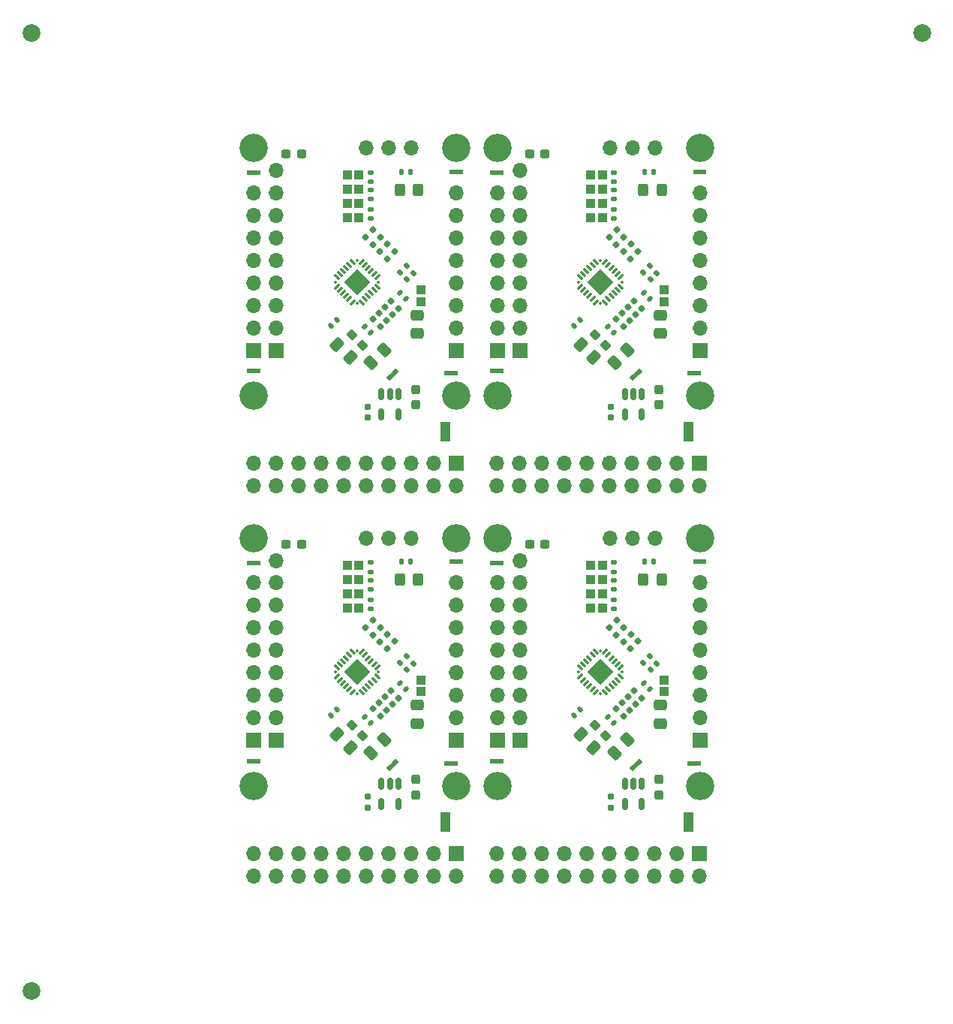
<source format=gts>
G04 #@! TF.GenerationSoftware,KiCad,Pcbnew,9.0.4*
G04 #@! TF.CreationDate,2025-08-20T19:44:40-04:00*
G04 #@! TF.ProjectId,jlcpcb_4x4,6a6c6370-6362-45f3-9478-342e6b696361,rev?*
G04 #@! TF.SameCoordinates,Original*
G04 #@! TF.FileFunction,Soldermask,Top*
G04 #@! TF.FilePolarity,Negative*
%FSLAX46Y46*%
G04 Gerber Fmt 4.6, Leading zero omitted, Abs format (unit mm)*
G04 Created by KiCad (PCBNEW 9.0.4) date 2025-08-20 19:44:40*
%MOMM*%
%LPD*%
G01*
G04 APERTURE LIST*
G04 Aperture macros list*
%AMRoundRect*
0 Rectangle with rounded corners*
0 $1 Rounding radius*
0 $2 $3 $4 $5 $6 $7 $8 $9 X,Y pos of 4 corners*
0 Add a 4 corners polygon primitive as box body*
4,1,4,$2,$3,$4,$5,$6,$7,$8,$9,$2,$3,0*
0 Add four circle primitives for the rounded corners*
1,1,$1+$1,$2,$3*
1,1,$1+$1,$4,$5*
1,1,$1+$1,$6,$7*
1,1,$1+$1,$8,$9*
0 Add four rect primitives between the rounded corners*
20,1,$1+$1,$2,$3,$4,$5,0*
20,1,$1+$1,$4,$5,$6,$7,0*
20,1,$1+$1,$6,$7,$8,$9,0*
20,1,$1+$1,$8,$9,$2,$3,0*%
%AMRotRect*
0 Rectangle, with rotation*
0 The origin of the aperture is its center*
0 $1 length*
0 $2 width*
0 $3 Rotation angle, in degrees counterclockwise*
0 Add horizontal line*
21,1,$1,$2,0,0,$3*%
G04 Aperture macros list end*
%ADD10C,0.010000*%
%ADD11C,0.000000*%
%ADD12RoundRect,0.160000X-0.252791X0.026517X0.026517X-0.252791X0.252791X-0.026517X-0.026517X0.252791X0*%
%ADD13RoundRect,0.160000X-0.026517X-0.252791X0.252791X0.026517X0.026517X0.252791X-0.252791X-0.026517X0*%
%ADD14R,1.000000X1.000000*%
%ADD15RoundRect,0.135000X-0.135000X-0.185000X0.135000X-0.185000X0.135000X0.185000X-0.135000X0.185000X0*%
%ADD16RoundRect,0.140000X-0.021213X0.219203X-0.219203X0.021213X0.021213X-0.219203X0.219203X-0.021213X0*%
%ADD17RoundRect,0.135000X-0.035355X0.226274X-0.226274X0.035355X0.035355X-0.226274X0.226274X-0.035355X0*%
%ADD18R,0.500000X0.508000*%
%ADD19R,0.508000X0.508000*%
%ADD20RoundRect,0.237500X0.237500X-0.300000X0.237500X0.300000X-0.237500X0.300000X-0.237500X-0.300000X0*%
%ADD21RoundRect,0.140000X-0.219203X-0.021213X-0.021213X-0.219203X0.219203X0.021213X0.021213X0.219203X0*%
%ADD22RoundRect,0.250000X-0.475000X0.337500X-0.475000X-0.337500X0.475000X-0.337500X0.475000X0.337500X0*%
%ADD23RoundRect,0.135000X0.185000X-0.135000X0.185000X0.135000X-0.185000X0.135000X-0.185000X-0.135000X0*%
%ADD24RoundRect,0.135000X-0.185000X0.135000X-0.185000X-0.135000X0.185000X-0.135000X0.185000X0.135000X0*%
%ADD25RoundRect,0.160000X-0.160000X0.197500X-0.160000X-0.197500X0.160000X-0.197500X0.160000X0.197500X0*%
%ADD26R,1.700000X1.700000*%
%ADD27O,1.700000X1.700000*%
%ADD28C,3.200000*%
%ADD29RoundRect,0.237500X0.380070X-0.044194X-0.044194X0.380070X-0.380070X0.044194X0.044194X-0.380070X0*%
%ADD30RoundRect,0.250000X-0.574524X-0.097227X-0.097227X-0.574524X0.574524X0.097227X0.097227X0.574524X0*%
%ADD31RoundRect,0.062500X0.274004X-0.185616X-0.185616X0.274004X-0.274004X0.185616X0.185616X-0.274004X0*%
%ADD32RoundRect,0.062500X0.274004X0.185616X0.185616X0.274004X-0.274004X-0.185616X-0.185616X-0.274004X0*%
%ADD33RotRect,2.100000X2.100000X135.000000*%
%ADD34RoundRect,0.062500X0.088388X0.000000X0.000000X0.088388X-0.088388X0.000000X0.000000X-0.088388X0*%
%ADD35C,2.000000*%
%ADD36RoundRect,0.250000X-0.097227X0.574524X-0.574524X0.097227X0.097227X-0.574524X0.574524X-0.097227X0*%
%ADD37RoundRect,0.150000X-0.150000X0.512500X-0.150000X-0.512500X0.150000X-0.512500X0.150000X0.512500X0*%
%ADD38RoundRect,0.135000X0.035355X-0.226274X0.226274X-0.035355X-0.035355X0.226274X-0.226274X0.035355X0*%
%ADD39RotRect,0.508000X0.508000X45.000000*%
%ADD40RoundRect,0.250000X-0.325000X-0.450000X0.325000X-0.450000X0.325000X0.450000X-0.325000X0.450000X0*%
%ADD41RoundRect,0.237500X-0.300000X-0.237500X0.300000X-0.237500X0.300000X0.237500X-0.300000X0.237500X0*%
G04 APERTURE END LIST*
G04 #@! TO.C,E108*
G36*
X37739000Y-78386500D02*
G01*
X37239000Y-78386500D01*
X37239000Y-77878500D01*
X37739000Y-77878500D01*
X37739000Y-78386500D01*
G37*
G04 #@! TO.C,G118*
G36*
X33179000Y-11886500D02*
G01*
X32679000Y-11886500D01*
X32679000Y-11378500D01*
X33179000Y-11378500D01*
X33179000Y-11886500D01*
G37*
G04 #@! TO.C,5V108*
D10*
X59585000Y-39872500D02*
X58585000Y-39872500D01*
X58585000Y-41982500D01*
X59585000Y-41982500D01*
X59585000Y-39872500D01*
G36*
X59585000Y-39872500D02*
G01*
X58585000Y-39872500D01*
X58585000Y-41982500D01*
X59585000Y-41982500D01*
X59585000Y-39872500D01*
G37*
G04 #@! TO.C,G117*
G36*
X32579000Y-34586500D02*
G01*
X32079000Y-34586500D01*
X32079000Y-34078500D01*
X32579000Y-34078500D01*
X32579000Y-34586500D01*
G37*
G04 #@! TO.C,5V108*
X59585000Y-83872500D02*
X58585000Y-83872500D01*
X58585000Y-85982500D01*
X59585000Y-85982500D01*
X59585000Y-83872500D01*
G36*
X59585000Y-83872500D02*
G01*
X58585000Y-83872500D01*
X58585000Y-85982500D01*
X59585000Y-85982500D01*
X59585000Y-83872500D01*
G37*
D11*
G04 #@! TO.C,DOUT108*
G36*
X26078553Y-78538157D02*
G01*
X25730657Y-78886053D01*
X25371447Y-78526843D01*
X25719343Y-78178947D01*
X26078553Y-78538157D01*
G37*
G36*
X53538553Y-78538157D02*
G01*
X53190657Y-78886053D01*
X52831447Y-78526843D01*
X53179343Y-78178947D01*
X53538553Y-78538157D01*
G37*
G04 #@! TO.C,5V108*
D10*
X32125000Y-39872500D02*
X31125000Y-39872500D01*
X31125000Y-41982500D01*
X32125000Y-41982500D01*
X32125000Y-39872500D01*
G36*
X32125000Y-39872500D02*
G01*
X31125000Y-39872500D01*
X31125000Y-41982500D01*
X32125000Y-41982500D01*
X32125000Y-39872500D01*
G37*
G04 #@! TO.C,G118*
G36*
X33179000Y-55886500D02*
G01*
X32679000Y-55886500D01*
X32679000Y-55378500D01*
X33179000Y-55378500D01*
X33179000Y-55886500D01*
G37*
G04 #@! TO.C,E108*
G36*
X10279000Y-34386500D02*
G01*
X9779000Y-34386500D01*
X9779000Y-33878500D01*
X10279000Y-33878500D01*
X10279000Y-34386500D01*
G37*
G04 #@! TO.C,G118*
G36*
X60639000Y-11886500D02*
G01*
X60139000Y-11886500D01*
X60139000Y-11378500D01*
X60639000Y-11378500D01*
X60639000Y-11886500D01*
G37*
G04 #@! TO.C,G117*
G36*
X60039000Y-78586500D02*
G01*
X59539000Y-78586500D01*
X59539000Y-78078500D01*
X60039000Y-78078500D01*
X60039000Y-78586500D01*
G37*
G04 #@! TO.C,E109*
G36*
X37739000Y-11986500D02*
G01*
X37239000Y-11986500D01*
X37239000Y-11478500D01*
X37739000Y-11478500D01*
X37739000Y-11986500D01*
G37*
D11*
G04 #@! TO.C,DOUT108*
G36*
X53538553Y-34538157D02*
G01*
X53190657Y-34886053D01*
X52831447Y-34526843D01*
X53179343Y-34178947D01*
X53538553Y-34538157D01*
G37*
G04 #@! TO.C,G117*
G36*
X32579000Y-78586500D02*
G01*
X32079000Y-78586500D01*
X32079000Y-78078500D01*
X32579000Y-78078500D01*
X32579000Y-78586500D01*
G37*
G04 #@! TO.C,E109*
G36*
X10279000Y-55986500D02*
G01*
X9779000Y-55986500D01*
X9779000Y-55478500D01*
X10279000Y-55478500D01*
X10279000Y-55986500D01*
G37*
G04 #@! TO.C,DOUT108*
G36*
X26078553Y-34538157D02*
G01*
X25730657Y-34886053D01*
X25371447Y-34526843D01*
X25719343Y-34178947D01*
X26078553Y-34538157D01*
G37*
G04 #@! TO.C,G117*
G36*
X60039000Y-34586500D02*
G01*
X59539000Y-34586500D01*
X59539000Y-34078500D01*
X60039000Y-34078500D01*
X60039000Y-34586500D01*
G37*
G04 #@! TO.C,5V108*
D10*
X32125000Y-83872500D02*
X31125000Y-83872500D01*
X31125000Y-85982500D01*
X32125000Y-85982500D01*
X32125000Y-83872500D01*
G36*
X32125000Y-83872500D02*
G01*
X31125000Y-83872500D01*
X31125000Y-85982500D01*
X32125000Y-85982500D01*
X32125000Y-83872500D01*
G37*
G04 #@! TO.C,E108*
G36*
X10279000Y-78386500D02*
G01*
X9779000Y-78386500D01*
X9779000Y-77878500D01*
X10279000Y-77878500D01*
X10279000Y-78386500D01*
G37*
G04 #@! TO.C,E109*
G36*
X37739000Y-55986500D02*
G01*
X37239000Y-55986500D01*
X37239000Y-55478500D01*
X37739000Y-55478500D01*
X37739000Y-55986500D01*
G37*
G36*
X10279000Y-11986500D02*
G01*
X9779000Y-11986500D01*
X9779000Y-11478500D01*
X10279000Y-11478500D01*
X10279000Y-11986500D01*
G37*
G04 #@! TO.C,G118*
G36*
X60639000Y-55886500D02*
G01*
X60139000Y-55886500D01*
X60139000Y-55378500D01*
X60639000Y-55378500D01*
X60639000Y-55886500D01*
G37*
G04 #@! TO.C,E108*
G36*
X37739000Y-34386500D02*
G01*
X37239000Y-34386500D01*
X37239000Y-33878500D01*
X37739000Y-33878500D01*
X37739000Y-34386500D01*
G37*
G04 #@! TD*
D12*
G04 #@! TO.C,R118*
X26377207Y-27043663D03*
X25532215Y-26198671D03*
G04 #@! TD*
D13*
G04 #@! TO.C,R112*
X51807496Y-63010004D03*
X50962504Y-63854996D03*
G04 #@! TD*
D14*
G04 #@! TO.C,ADD108*
X49385000Y-16832500D03*
X48085000Y-16832500D03*
G04 #@! TD*
D15*
G04 #@! TO.C,R126*
X26715000Y-55632500D03*
X27735000Y-55632500D03*
G04 #@! TD*
D16*
G04 #@! TO.C,C109*
X19464411Y-72293089D03*
X18785589Y-72971911D03*
G04 #@! TD*
D17*
G04 #@! TO.C,R120*
X54745624Y-66271876D03*
X54024376Y-66993124D03*
G04 #@! TD*
D18*
G04 #@! TO.C,E108*
X37989000Y-78132500D03*
D19*
X36985000Y-78132500D03*
G04 #@! TD*
D14*
G04 #@! TO.C,PU_EN108*
X28925000Y-70282500D03*
X28925000Y-68982500D03*
G04 #@! TD*
D17*
G04 #@! TO.C,R120*
X27285624Y-22271876D03*
X26564376Y-22993124D03*
G04 #@! TD*
D14*
G04 #@! TO.C,ADD111*
X21925000Y-56032500D03*
X20625000Y-56032500D03*
G04 #@! TD*
D16*
G04 #@! TO.C,C109*
X46924411Y-72293089D03*
X46245589Y-72971911D03*
G04 #@! TD*
D20*
G04 #@! TO.C,C128*
X28325000Y-81895000D03*
X28325000Y-80170000D03*
G04 #@! TD*
D21*
G04 #@! TO.C,C116*
X50045589Y-29093089D03*
X50724411Y-29771911D03*
G04 #@! TD*
D13*
G04 #@! TO.C,R113*
X52607496Y-63810004D03*
X51762504Y-64654996D03*
G04 #@! TD*
D22*
G04 #@! TO.C,C111*
X55985000Y-27795000D03*
X55985000Y-29870000D03*
G04 #@! TD*
D15*
G04 #@! TO.C,R126*
X54175000Y-11632500D03*
X55195000Y-11632500D03*
G04 #@! TD*
D23*
G04 #@! TO.C,R123*
X50685000Y-56742500D03*
X50685000Y-55722500D03*
G04 #@! TD*
D13*
G04 #@! TO.C,R112*
X51807496Y-19010004D03*
X50962504Y-19854996D03*
G04 #@! TD*
D12*
G04 #@! TO.C,R117*
X25705455Y-71715414D03*
X24860463Y-70870422D03*
G04 #@! TD*
G04 #@! TO.C,R115*
X52493704Y-28387166D03*
X51648712Y-27542174D03*
G04 #@! TD*
D24*
G04 #@! TO.C,R124*
X23225000Y-15922500D03*
X23225000Y-16942500D03*
G04 #@! TD*
D13*
G04 #@! TO.C,R110*
X23547496Y-18210004D03*
X22702504Y-19054996D03*
G04 #@! TD*
D21*
G04 #@! TO.C,C116*
X22585589Y-73093089D03*
X23264411Y-73771911D03*
G04 #@! TD*
D15*
G04 #@! TO.C,R126*
X54175000Y-55632500D03*
X55195000Y-55632500D03*
G04 #@! TD*
D25*
G04 #@! TO.C,R125*
X50385000Y-83330000D03*
X50385000Y-82135000D03*
G04 #@! TD*
D26*
G04 #@! TO.C,board_outline108*
X32925000Y-44495000D03*
D27*
X32925000Y-47035000D03*
X30385000Y-44495000D03*
X30385000Y-47035000D03*
X27845000Y-44495000D03*
X27845000Y-47035000D03*
X25305000Y-44495000D03*
X25305000Y-47035000D03*
X22765000Y-44495000D03*
X22765000Y-47035000D03*
X20225000Y-44495000D03*
X20225000Y-47035000D03*
X17685000Y-44495000D03*
X17685000Y-47035000D03*
X15145000Y-44495000D03*
X15145000Y-47035000D03*
X12605000Y-44495000D03*
X12605000Y-47035000D03*
X10065000Y-44495000D03*
X10065000Y-47035000D03*
D26*
X12610000Y-31785000D03*
X10070000Y-31785000D03*
D27*
X12610000Y-29245000D03*
X10070000Y-29245000D03*
X12610000Y-26705000D03*
X10070000Y-26705000D03*
X12610000Y-24165000D03*
X10070000Y-24165000D03*
X12610000Y-21625000D03*
X10070000Y-21625000D03*
X12610000Y-19085000D03*
X10070000Y-19085000D03*
X12610000Y-16545000D03*
X10070000Y-16545000D03*
X12610000Y-14005000D03*
X10070000Y-14005000D03*
D26*
X32930000Y-31785000D03*
D27*
X32930000Y-29245000D03*
X32930000Y-26705000D03*
X32930000Y-24165000D03*
X32930000Y-21625000D03*
X32930000Y-19085000D03*
X32930000Y-16545000D03*
X32930000Y-14005000D03*
X27850000Y-8940000D03*
X25310000Y-8940000D03*
X22770000Y-8940000D03*
X12610000Y-11480000D03*
D28*
X10070000Y-36880000D03*
X10070000Y-8940000D03*
X32930000Y-36880000D03*
X32930000Y-8940000D03*
G04 #@! TD*
D29*
G04 #@! TO.C,C119*
X49794880Y-75242380D03*
X48575120Y-74022620D03*
G04 #@! TD*
D14*
G04 #@! TO.C,ADD111*
X49385000Y-12032500D03*
X48085000Y-12032500D03*
G04 #@! TD*
D30*
G04 #@! TO.C,C108*
X19491377Y-75098877D03*
X20958623Y-76566123D03*
G04 #@! TD*
D31*
G04 #@! TO.C,TAC5212*
X49692005Y-70352725D03*
X50045559Y-69999172D03*
X50399112Y-69645618D03*
X50752665Y-69292065D03*
X51106219Y-68938512D03*
X51459772Y-68584958D03*
D32*
X51459772Y-67541976D03*
X51106219Y-67188422D03*
X50752665Y-66834869D03*
X50399112Y-66481316D03*
X50045559Y-66127762D03*
X49692005Y-65774209D03*
D31*
X48649023Y-65774209D03*
X48295469Y-66127762D03*
X47941916Y-66481316D03*
X47588363Y-66834869D03*
X47234809Y-67188422D03*
X46881256Y-67541976D03*
D32*
X46881256Y-68584958D03*
X47234809Y-68938512D03*
X47588363Y-69292065D03*
X47941916Y-69645618D03*
X48295469Y-69999172D03*
X48649023Y-70352725D03*
D33*
X49170514Y-68063467D03*
D34*
X49170514Y-70495914D03*
X51602961Y-68063467D03*
X49170514Y-65631020D03*
X46738067Y-68063467D03*
G04 #@! TD*
D29*
G04 #@! TO.C,C119*
X22334880Y-31242380D03*
X21115120Y-30022620D03*
G04 #@! TD*
D13*
G04 #@! TO.C,R110*
X51007496Y-18210004D03*
X50162504Y-19054996D03*
G04 #@! TD*
D35*
G04 #@! TO.C,KiKit_FID_T_3*
X-15000000Y-104000000D03*
G04 #@! TD*
D14*
G04 #@! TO.C,ADD111*
X49385000Y-56032500D03*
X48085000Y-56032500D03*
G04 #@! TD*
D18*
G04 #@! TO.C,G118*
X33429000Y-11632500D03*
D19*
X32425000Y-11632500D03*
G04 #@! TD*
D12*
G04 #@! TO.C,R115*
X25033704Y-28387166D03*
X24188712Y-27542174D03*
G04 #@! TD*
D13*
G04 #@! TO.C,R114*
X25947496Y-64610004D03*
X25102504Y-65454996D03*
G04 #@! TD*
D36*
G04 #@! TO.C,C115*
X24758623Y-31698877D03*
X23291377Y-33166123D03*
G04 #@! TD*
D22*
G04 #@! TO.C,C111*
X55985000Y-71795000D03*
X55985000Y-73870000D03*
G04 #@! TD*
D26*
G04 #@! TO.C,board_outline108*
X60385000Y-44495000D03*
D27*
X60385000Y-47035000D03*
X57845000Y-44495000D03*
X57845000Y-47035000D03*
X55305000Y-44495000D03*
X55305000Y-47035000D03*
X52765000Y-44495000D03*
X52765000Y-47035000D03*
X50225000Y-44495000D03*
X50225000Y-47035000D03*
X47685000Y-44495000D03*
X47685000Y-47035000D03*
X45145000Y-44495000D03*
X45145000Y-47035000D03*
X42605000Y-44495000D03*
X42605000Y-47035000D03*
X40065000Y-44495000D03*
X40065000Y-47035000D03*
X37525000Y-44495000D03*
X37525000Y-47035000D03*
D26*
X40070000Y-31785000D03*
X37530000Y-31785000D03*
D27*
X40070000Y-29245000D03*
X37530000Y-29245000D03*
X40070000Y-26705000D03*
X37530000Y-26705000D03*
X40070000Y-24165000D03*
X37530000Y-24165000D03*
X40070000Y-21625000D03*
X37530000Y-21625000D03*
X40070000Y-19085000D03*
X37530000Y-19085000D03*
X40070000Y-16545000D03*
X37530000Y-16545000D03*
X40070000Y-14005000D03*
X37530000Y-14005000D03*
D26*
X60390000Y-31785000D03*
D27*
X60390000Y-29245000D03*
X60390000Y-26705000D03*
X60390000Y-24165000D03*
X60390000Y-21625000D03*
X60390000Y-19085000D03*
X60390000Y-16545000D03*
X60390000Y-14005000D03*
X55310000Y-8940000D03*
X52770000Y-8940000D03*
X50230000Y-8940000D03*
X40070000Y-11480000D03*
D28*
X37530000Y-36880000D03*
X37530000Y-8940000D03*
X60390000Y-36880000D03*
X60390000Y-8940000D03*
G04 #@! TD*
D14*
G04 #@! TO.C,ADD110*
X21925000Y-57632500D03*
X20625000Y-57632500D03*
G04 #@! TD*
D37*
G04 #@! TO.C,U108*
X53835000Y-80695000D03*
X52885000Y-80695000D03*
X51935000Y-80695000D03*
X51935000Y-82970000D03*
X53835000Y-82970000D03*
G04 #@! TD*
D13*
G04 #@! TO.C,R112*
X24347496Y-19010004D03*
X23502504Y-19854996D03*
G04 #@! TD*
D12*
G04 #@! TO.C,R115*
X25033704Y-72387166D03*
X24188712Y-71542174D03*
G04 #@! TD*
D26*
G04 #@! TO.C,board_outline108*
X32925000Y-88495000D03*
D27*
X32925000Y-91035000D03*
X30385000Y-88495000D03*
X30385000Y-91035000D03*
X27845000Y-88495000D03*
X27845000Y-91035000D03*
X25305000Y-88495000D03*
X25305000Y-91035000D03*
X22765000Y-88495000D03*
X22765000Y-91035000D03*
X20225000Y-88495000D03*
X20225000Y-91035000D03*
X17685000Y-88495000D03*
X17685000Y-91035000D03*
X15145000Y-88495000D03*
X15145000Y-91035000D03*
X12605000Y-88495000D03*
X12605000Y-91035000D03*
X10065000Y-88495000D03*
X10065000Y-91035000D03*
D26*
X12610000Y-75785000D03*
X10070000Y-75785000D03*
D27*
X12610000Y-73245000D03*
X10070000Y-73245000D03*
X12610000Y-70705000D03*
X10070000Y-70705000D03*
X12610000Y-68165000D03*
X10070000Y-68165000D03*
X12610000Y-65625000D03*
X10070000Y-65625000D03*
X12610000Y-63085000D03*
X10070000Y-63085000D03*
X12610000Y-60545000D03*
X10070000Y-60545000D03*
X12610000Y-58005000D03*
X10070000Y-58005000D03*
D26*
X32930000Y-75785000D03*
D27*
X32930000Y-73245000D03*
X32930000Y-70705000D03*
X32930000Y-68165000D03*
X32930000Y-65625000D03*
X32930000Y-63085000D03*
X32930000Y-60545000D03*
X32930000Y-58005000D03*
X27850000Y-52940000D03*
X25310000Y-52940000D03*
X22770000Y-52940000D03*
X12610000Y-55480000D03*
D28*
X10070000Y-80880000D03*
X10070000Y-52940000D03*
X32930000Y-80880000D03*
X32930000Y-52940000D03*
G04 #@! TD*
D21*
G04 #@! TO.C,C112*
X26585589Y-25293089D03*
X27264411Y-25971911D03*
G04 #@! TD*
D14*
G04 #@! TO.C,ADD110*
X49385000Y-57632500D03*
X48085000Y-57632500D03*
G04 #@! TD*
D12*
G04 #@! TO.C,R115*
X52493704Y-72387166D03*
X51648712Y-71542174D03*
G04 #@! TD*
D18*
G04 #@! TO.C,G117*
X32829000Y-34332500D03*
D19*
X31825000Y-34332500D03*
G04 #@! TD*
D13*
G04 #@! TO.C,R113*
X25147496Y-19810004D03*
X24302504Y-20654996D03*
G04 #@! TD*
D14*
G04 #@! TO.C,ADD110*
X49385000Y-13632500D03*
X48085000Y-13632500D03*
G04 #@! TD*
D13*
G04 #@! TO.C,R114*
X25947496Y-20610004D03*
X25102504Y-21454996D03*
G04 #@! TD*
D21*
G04 #@! TO.C,C116*
X50045589Y-73093089D03*
X50724411Y-73771911D03*
G04 #@! TD*
G04 #@! TO.C,C112*
X26585589Y-69293089D03*
X27264411Y-69971911D03*
G04 #@! TD*
D38*
G04 #@! TO.C,R121*
X27364376Y-23793124D03*
X28085624Y-23071876D03*
G04 #@! TD*
D14*
G04 #@! TO.C,ADD108*
X49385000Y-60832500D03*
X48085000Y-60832500D03*
G04 #@! TD*
D12*
G04 #@! TO.C,R119*
X51821952Y-73058917D03*
X50976960Y-72213925D03*
G04 #@! TD*
D39*
G04 #@! TO.C,DOUT108*
X26078553Y-78178947D03*
X25371447Y-78886053D03*
G04 #@! TD*
D12*
G04 #@! TO.C,R118*
X26377207Y-71043663D03*
X25532215Y-70198671D03*
G04 #@! TD*
D26*
G04 #@! TO.C,board_outline108*
X60385000Y-88495000D03*
D27*
X60385000Y-91035000D03*
X57845000Y-88495000D03*
X57845000Y-91035000D03*
X55305000Y-88495000D03*
X55305000Y-91035000D03*
X52765000Y-88495000D03*
X52765000Y-91035000D03*
X50225000Y-88495000D03*
X50225000Y-91035000D03*
X47685000Y-88495000D03*
X47685000Y-91035000D03*
X45145000Y-88495000D03*
X45145000Y-91035000D03*
X42605000Y-88495000D03*
X42605000Y-91035000D03*
X40065000Y-88495000D03*
X40065000Y-91035000D03*
X37525000Y-88495000D03*
X37525000Y-91035000D03*
D26*
X40070000Y-75785000D03*
X37530000Y-75785000D03*
D27*
X40070000Y-73245000D03*
X37530000Y-73245000D03*
X40070000Y-70705000D03*
X37530000Y-70705000D03*
X40070000Y-68165000D03*
X37530000Y-68165000D03*
X40070000Y-65625000D03*
X37530000Y-65625000D03*
X40070000Y-63085000D03*
X37530000Y-63085000D03*
X40070000Y-60545000D03*
X37530000Y-60545000D03*
X40070000Y-58005000D03*
X37530000Y-58005000D03*
D26*
X60390000Y-75785000D03*
D27*
X60390000Y-73245000D03*
X60390000Y-70705000D03*
X60390000Y-68165000D03*
X60390000Y-65625000D03*
X60390000Y-63085000D03*
X60390000Y-60545000D03*
X60390000Y-58005000D03*
X55310000Y-52940000D03*
X52770000Y-52940000D03*
X50230000Y-52940000D03*
X40070000Y-55480000D03*
D28*
X37530000Y-80880000D03*
X37530000Y-52940000D03*
X60390000Y-80880000D03*
X60390000Y-52940000D03*
G04 #@! TD*
D13*
G04 #@! TO.C,R110*
X51007496Y-62210004D03*
X50162504Y-63054996D03*
G04 #@! TD*
D22*
G04 #@! TO.C,C111*
X28525000Y-71795000D03*
X28525000Y-73870000D03*
G04 #@! TD*
D14*
G04 #@! TO.C,PU_EN108*
X56385000Y-26282500D03*
X56385000Y-24982500D03*
G04 #@! TD*
D29*
G04 #@! TO.C,C119*
X22334880Y-75242380D03*
X21115120Y-74022620D03*
G04 #@! TD*
D14*
G04 #@! TO.C,ADD112*
X21925000Y-15232500D03*
X20625000Y-15232500D03*
G04 #@! TD*
D39*
G04 #@! TO.C,DOUT108*
X53538553Y-78178947D03*
X52831447Y-78886053D03*
G04 #@! TD*
D25*
G04 #@! TO.C,R125*
X50385000Y-39330000D03*
X50385000Y-38135000D03*
G04 #@! TD*
D13*
G04 #@! TO.C,R112*
X24347496Y-63010004D03*
X23502504Y-63854996D03*
G04 #@! TD*
D14*
G04 #@! TO.C,ADD112*
X49385000Y-59232500D03*
X48085000Y-59232500D03*
G04 #@! TD*
D30*
G04 #@! TO.C,C108*
X19491377Y-31098877D03*
X20958623Y-32566123D03*
G04 #@! TD*
D40*
G04 #@! TO.C,D116*
X54035000Y-13657500D03*
X56085000Y-13657500D03*
G04 #@! TD*
D30*
G04 #@! TO.C,C108*
X46951377Y-31098877D03*
X48418623Y-32566123D03*
G04 #@! TD*
D13*
G04 #@! TO.C,R114*
X53407496Y-64610004D03*
X52562504Y-65454996D03*
G04 #@! TD*
D23*
G04 #@! TO.C,R123*
X23225000Y-12742500D03*
X23225000Y-11722500D03*
G04 #@! TD*
D12*
G04 #@! TO.C,R119*
X24361952Y-73058917D03*
X23516960Y-72213925D03*
G04 #@! TD*
D13*
G04 #@! TO.C,R113*
X52607496Y-19810004D03*
X51762504Y-20654996D03*
G04 #@! TD*
D15*
G04 #@! TO.C,R126*
X26715000Y-11632500D03*
X27735000Y-11632500D03*
G04 #@! TD*
D12*
G04 #@! TO.C,R117*
X25705455Y-27715414D03*
X24860463Y-26870422D03*
G04 #@! TD*
D35*
G04 #@! TO.C,KiKit_FID_T_2*
X85460000Y4000000D03*
G04 #@! TD*
D24*
G04 #@! TO.C,R122*
X50685000Y-57722500D03*
X50685000Y-58742500D03*
G04 #@! TD*
G04 #@! TO.C,R124*
X50685000Y-59922500D03*
X50685000Y-60942500D03*
G04 #@! TD*
D17*
G04 #@! TO.C,R120*
X27285624Y-66271876D03*
X26564376Y-66993124D03*
G04 #@! TD*
D21*
G04 #@! TO.C,C112*
X54045589Y-69293089D03*
X54724411Y-69971911D03*
G04 #@! TD*
D13*
G04 #@! TO.C,R113*
X25147496Y-63810004D03*
X24302504Y-64654996D03*
G04 #@! TD*
D18*
G04 #@! TO.C,G118*
X33429000Y-55632500D03*
D19*
X32425000Y-55632500D03*
G04 #@! TD*
D18*
G04 #@! TO.C,E108*
X10529000Y-34132500D03*
D19*
X9525000Y-34132500D03*
G04 #@! TD*
D18*
G04 #@! TO.C,G118*
X60889000Y-11632500D03*
D19*
X59885000Y-11632500D03*
G04 #@! TD*
D18*
G04 #@! TO.C,G117*
X60289000Y-78332500D03*
D19*
X59285000Y-78332500D03*
G04 #@! TD*
D38*
G04 #@! TO.C,R121*
X54824376Y-23793124D03*
X55545624Y-23071876D03*
G04 #@! TD*
D40*
G04 #@! TO.C,D116*
X26575000Y-57657500D03*
X28625000Y-57657500D03*
G04 #@! TD*
D14*
G04 #@! TO.C,ADD108*
X21925000Y-16832500D03*
X20625000Y-16832500D03*
G04 #@! TD*
D18*
G04 #@! TO.C,E109*
X37989000Y-11732500D03*
D19*
X36985000Y-11732500D03*
G04 #@! TD*
D38*
G04 #@! TO.C,R121*
X27364376Y-67793124D03*
X28085624Y-67071876D03*
G04 #@! TD*
D41*
G04 #@! TO.C,C118*
X13712500Y-9632500D03*
X15437500Y-9632500D03*
G04 #@! TD*
D16*
G04 #@! TO.C,C109*
X19464411Y-28293089D03*
X18785589Y-28971911D03*
G04 #@! TD*
D12*
G04 #@! TO.C,R119*
X24361952Y-29058917D03*
X23516960Y-28213925D03*
G04 #@! TD*
D39*
G04 #@! TO.C,DOUT108*
X53538553Y-34178947D03*
X52831447Y-34886053D03*
G04 #@! TD*
D14*
G04 #@! TO.C,PU_EN108*
X56385000Y-70282500D03*
X56385000Y-68982500D03*
G04 #@! TD*
D25*
G04 #@! TO.C,R125*
X22925000Y-39330000D03*
X22925000Y-38135000D03*
G04 #@! TD*
D18*
G04 #@! TO.C,G117*
X32829000Y-78332500D03*
D19*
X31825000Y-78332500D03*
G04 #@! TD*
D12*
G04 #@! TO.C,R117*
X53165455Y-71715414D03*
X52320463Y-70870422D03*
G04 #@! TD*
D24*
G04 #@! TO.C,R122*
X50685000Y-13722500D03*
X50685000Y-14742500D03*
G04 #@! TD*
D14*
G04 #@! TO.C,PU_EN108*
X28925000Y-26282500D03*
X28925000Y-24982500D03*
G04 #@! TD*
D36*
G04 #@! TO.C,C115*
X24758623Y-75698877D03*
X23291377Y-77166123D03*
G04 #@! TD*
D41*
G04 #@! TO.C,C118*
X13712500Y-53632500D03*
X15437500Y-53632500D03*
G04 #@! TD*
D20*
G04 #@! TO.C,C128*
X55785000Y-37895000D03*
X55785000Y-36170000D03*
G04 #@! TD*
D18*
G04 #@! TO.C,E109*
X10529000Y-55732500D03*
D19*
X9525000Y-55732500D03*
G04 #@! TD*
D21*
G04 #@! TO.C,C112*
X54045589Y-25293089D03*
X54724411Y-25971911D03*
G04 #@! TD*
D39*
G04 #@! TO.C,DOUT108*
X26078553Y-34178947D03*
X25371447Y-34886053D03*
G04 #@! TD*
D13*
G04 #@! TO.C,R110*
X23547496Y-62210004D03*
X22702504Y-63054996D03*
G04 #@! TD*
D18*
G04 #@! TO.C,G117*
X60289000Y-34332500D03*
D19*
X59285000Y-34332500D03*
G04 #@! TD*
D12*
G04 #@! TO.C,R118*
X53837207Y-27043663D03*
X52992215Y-26198671D03*
G04 #@! TD*
D13*
G04 #@! TO.C,R114*
X53407496Y-20610004D03*
X52562504Y-21454996D03*
G04 #@! TD*
D12*
G04 #@! TO.C,R119*
X51821952Y-29058917D03*
X50976960Y-28213925D03*
G04 #@! TD*
D37*
G04 #@! TO.C,U108*
X53835000Y-36695000D03*
X52885000Y-36695000D03*
X51935000Y-36695000D03*
X51935000Y-38970000D03*
X53835000Y-38970000D03*
G04 #@! TD*
D23*
G04 #@! TO.C,R123*
X23225000Y-56742500D03*
X23225000Y-55722500D03*
G04 #@! TD*
D30*
G04 #@! TO.C,C108*
X46951377Y-75098877D03*
X48418623Y-76566123D03*
G04 #@! TD*
D25*
G04 #@! TO.C,R125*
X22925000Y-83330000D03*
X22925000Y-82135000D03*
G04 #@! TD*
D24*
G04 #@! TO.C,R122*
X23225000Y-13722500D03*
X23225000Y-14742500D03*
G04 #@! TD*
D17*
G04 #@! TO.C,R120*
X54745624Y-22271876D03*
X54024376Y-22993124D03*
G04 #@! TD*
D20*
G04 #@! TO.C,C128*
X55785000Y-81895000D03*
X55785000Y-80170000D03*
G04 #@! TD*
D24*
G04 #@! TO.C,R124*
X50685000Y-15922500D03*
X50685000Y-16942500D03*
G04 #@! TD*
D29*
G04 #@! TO.C,C119*
X49794880Y-31242380D03*
X48575120Y-30022620D03*
G04 #@! TD*
D14*
G04 #@! TO.C,ADD108*
X21925000Y-60832500D03*
X20625000Y-60832500D03*
G04 #@! TD*
D12*
G04 #@! TO.C,R118*
X53837207Y-71043663D03*
X52992215Y-70198671D03*
G04 #@! TD*
D14*
G04 #@! TO.C,ADD110*
X21925000Y-13632500D03*
X20625000Y-13632500D03*
G04 #@! TD*
D41*
G04 #@! TO.C,C118*
X41172500Y-53632500D03*
X42897500Y-53632500D03*
G04 #@! TD*
D14*
G04 #@! TO.C,ADD111*
X21925000Y-12032500D03*
X20625000Y-12032500D03*
G04 #@! TD*
D20*
G04 #@! TO.C,C128*
X28325000Y-37895000D03*
X28325000Y-36170000D03*
G04 #@! TD*
D38*
G04 #@! TO.C,R121*
X54824376Y-67793124D03*
X55545624Y-67071876D03*
G04 #@! TD*
D36*
G04 #@! TO.C,C115*
X52218623Y-75698877D03*
X50751377Y-77166123D03*
G04 #@! TD*
D16*
G04 #@! TO.C,C109*
X46924411Y-28293089D03*
X46245589Y-28971911D03*
G04 #@! TD*
D24*
G04 #@! TO.C,R122*
X23225000Y-57722500D03*
X23225000Y-58742500D03*
G04 #@! TD*
D12*
G04 #@! TO.C,R117*
X53165455Y-27715414D03*
X52320463Y-26870422D03*
G04 #@! TD*
D31*
G04 #@! TO.C,TAC5212*
X49692005Y-26352725D03*
X50045559Y-25999172D03*
X50399112Y-25645618D03*
X50752665Y-25292065D03*
X51106219Y-24938512D03*
X51459772Y-24584958D03*
D32*
X51459772Y-23541976D03*
X51106219Y-23188422D03*
X50752665Y-22834869D03*
X50399112Y-22481316D03*
X50045559Y-22127762D03*
X49692005Y-21774209D03*
D31*
X48649023Y-21774209D03*
X48295469Y-22127762D03*
X47941916Y-22481316D03*
X47588363Y-22834869D03*
X47234809Y-23188422D03*
X46881256Y-23541976D03*
D32*
X46881256Y-24584958D03*
X47234809Y-24938512D03*
X47588363Y-25292065D03*
X47941916Y-25645618D03*
X48295469Y-25999172D03*
X48649023Y-26352725D03*
D33*
X49170514Y-24063467D03*
D34*
X49170514Y-26495914D03*
X51602961Y-24063467D03*
X49170514Y-21631020D03*
X46738067Y-24063467D03*
G04 #@! TD*
D41*
G04 #@! TO.C,C118*
X41172500Y-9632500D03*
X42897500Y-9632500D03*
G04 #@! TD*
D35*
G04 #@! TO.C,KiKit_FID_T_1*
X-15000000Y4000000D03*
G04 #@! TD*
D14*
G04 #@! TO.C,ADD112*
X49385000Y-15232500D03*
X48085000Y-15232500D03*
G04 #@! TD*
D23*
G04 #@! TO.C,R123*
X50685000Y-12742500D03*
X50685000Y-11722500D03*
G04 #@! TD*
D40*
G04 #@! TO.C,D116*
X54035000Y-57657500D03*
X56085000Y-57657500D03*
G04 #@! TD*
D37*
G04 #@! TO.C,U108*
X26375000Y-80695000D03*
X25425000Y-80695000D03*
X24475000Y-80695000D03*
X24475000Y-82970000D03*
X26375000Y-82970000D03*
G04 #@! TD*
D31*
G04 #@! TO.C,TAC5212*
X22232005Y-26352725D03*
X22585559Y-25999172D03*
X22939112Y-25645618D03*
X23292665Y-25292065D03*
X23646219Y-24938512D03*
X23999772Y-24584958D03*
D32*
X23999772Y-23541976D03*
X23646219Y-23188422D03*
X23292665Y-22834869D03*
X22939112Y-22481316D03*
X22585559Y-22127762D03*
X22232005Y-21774209D03*
D31*
X21189023Y-21774209D03*
X20835469Y-22127762D03*
X20481916Y-22481316D03*
X20128363Y-22834869D03*
X19774809Y-23188422D03*
X19421256Y-23541976D03*
D32*
X19421256Y-24584958D03*
X19774809Y-24938512D03*
X20128363Y-25292065D03*
X20481916Y-25645618D03*
X20835469Y-25999172D03*
X21189023Y-26352725D03*
D33*
X21710514Y-24063467D03*
D34*
X21710514Y-26495914D03*
X24142961Y-24063467D03*
X21710514Y-21631020D03*
X19278067Y-24063467D03*
G04 #@! TD*
D18*
G04 #@! TO.C,E108*
X10529000Y-78132500D03*
D19*
X9525000Y-78132500D03*
G04 #@! TD*
D31*
G04 #@! TO.C,TAC5212*
X22232005Y-70352725D03*
X22585559Y-69999172D03*
X22939112Y-69645618D03*
X23292665Y-69292065D03*
X23646219Y-68938512D03*
X23999772Y-68584958D03*
D32*
X23999772Y-67541976D03*
X23646219Y-67188422D03*
X23292665Y-66834869D03*
X22939112Y-66481316D03*
X22585559Y-66127762D03*
X22232005Y-65774209D03*
D31*
X21189023Y-65774209D03*
X20835469Y-66127762D03*
X20481916Y-66481316D03*
X20128363Y-66834869D03*
X19774809Y-67188422D03*
X19421256Y-67541976D03*
D32*
X19421256Y-68584958D03*
X19774809Y-68938512D03*
X20128363Y-69292065D03*
X20481916Y-69645618D03*
X20835469Y-69999172D03*
X21189023Y-70352725D03*
D33*
X21710514Y-68063467D03*
D34*
X21710514Y-70495914D03*
X24142961Y-68063467D03*
X21710514Y-65631020D03*
X19278067Y-68063467D03*
G04 #@! TD*
D37*
G04 #@! TO.C,U108*
X26375000Y-36695000D03*
X25425000Y-36695000D03*
X24475000Y-36695000D03*
X24475000Y-38970000D03*
X26375000Y-38970000D03*
G04 #@! TD*
D18*
G04 #@! TO.C,E109*
X37989000Y-55732500D03*
D19*
X36985000Y-55732500D03*
G04 #@! TD*
D18*
G04 #@! TO.C,E109*
X10529000Y-11732500D03*
D19*
X9525000Y-11732500D03*
G04 #@! TD*
D24*
G04 #@! TO.C,R124*
X23225000Y-59922500D03*
X23225000Y-60942500D03*
G04 #@! TD*
D22*
G04 #@! TO.C,C111*
X28525000Y-27795000D03*
X28525000Y-29870000D03*
G04 #@! TD*
D36*
G04 #@! TO.C,C115*
X52218623Y-31698877D03*
X50751377Y-33166123D03*
G04 #@! TD*
D14*
G04 #@! TO.C,ADD112*
X21925000Y-59232500D03*
X20625000Y-59232500D03*
G04 #@! TD*
D18*
G04 #@! TO.C,G118*
X60889000Y-55632500D03*
D19*
X59885000Y-55632500D03*
G04 #@! TD*
D40*
G04 #@! TO.C,D116*
X26575000Y-13657500D03*
X28625000Y-13657500D03*
G04 #@! TD*
D21*
G04 #@! TO.C,C116*
X22585589Y-29093089D03*
X23264411Y-29771911D03*
G04 #@! TD*
D18*
G04 #@! TO.C,E108*
X37989000Y-34132500D03*
D19*
X36985000Y-34132500D03*
G04 #@! TD*
M02*

</source>
